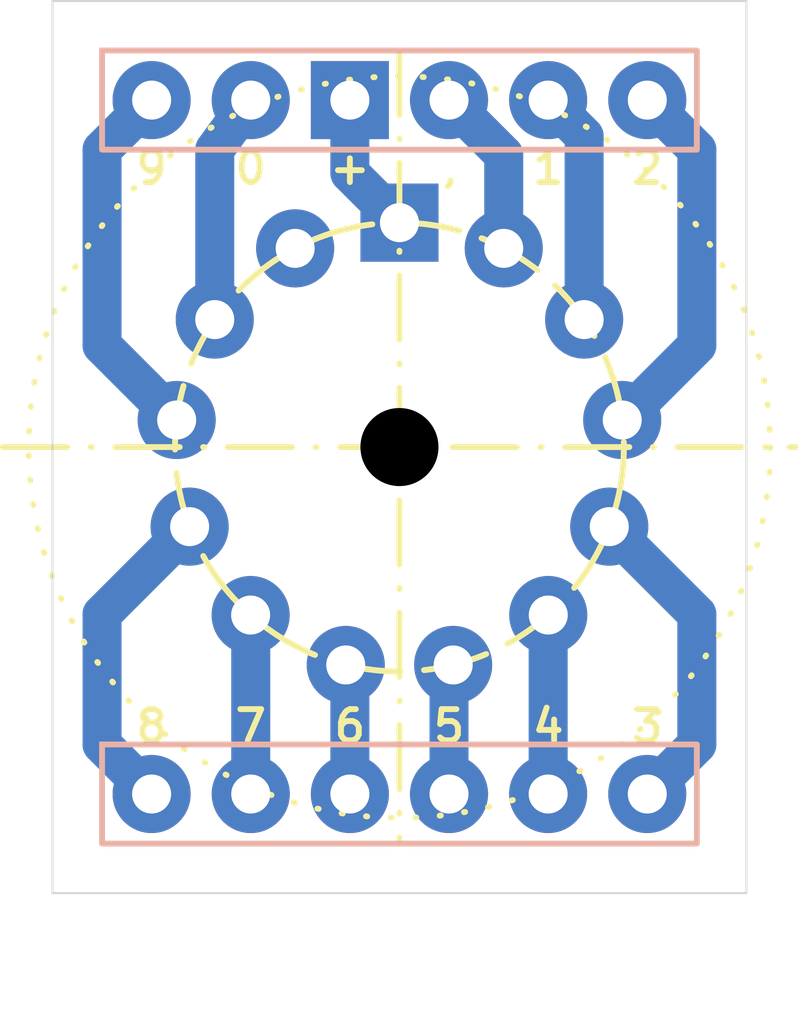
<source format=kicad_pcb>
(kicad_pcb (version 20240108) (generator "pcbnew") (generator_version "8.0")
  (layers (0 "F.Cu" signal) (31 "B.Cu" signal) (34 "B.Paste" user) (35 "F.Paste" user) (36 "B.SilkS" user "B.Silkscreen") (37 "F.SilkS" user "F.Silkscreen") (38 "B.Mask" user) (39 "F.Mask" user) (44 "Edge.Cuts" user))
  (net 0 "")
  (net 1 "Net-(H1-7)")
  (net 2 "Net-(H1-4)")
  (net 3 "Net-(H1-6)")
  (net 4 "Net-(H1-8)")
  (net 5 "Net-(H1-5)")
  (net 6 "Net-(H1-3)")
  (net 7 "Net-(H1-DP_R)")
  (net 8 "Net-(H1-2)")
  (net 9 "Net-(H1-+)")
  (net 10 "Net-(H1-0)")
  (net 11 "Net-(H1-9)")
  (net 12 "Net-(H1-1)")
  (footprint "Nixie:Pinbar_1-6-m-b" (layer "F.Cu") (at 120.65 110.49)
    (property "Reference" "X2")
    (property "Value" "Conn_01x06_Pin")
    (fp_rect (start -1.27 -1.27) (end 13.97 1.27) (stroke (width 0.15)) (fill none) (layer "B.SilkS"))
    (fp_text user "8" (at 0 -1.27 0) (layer "F.SilkS") (effects (font (size 0.8 0.8)) (justify bottom)))
    (fp_text user "4" (at 10.16 -1.27 0) (layer "F.SilkS") (effects (font (size 0.8 0.8)) (justify bottom)))
    (fp_text user "6" (at 5.08 -1.27 0) (layer "F.SilkS") (effects (font (size 0.8 0.8)) (justify bottom)))
    (fp_text user "3" (at 12.7 -1.27 0) (layer "F.SilkS") (effects (font (size 0.8 0.8)) (justify bottom)))
    (fp_text user "5" (at 7.62 -1.27 0) (layer "F.SilkS") (effects (font (size 0.8 0.8)) (justify bottom)))
    (fp_text user "7" (at 2.54 -1.27 0) (layer "F.SilkS") (effects (font (size 0.8 0.8)) (justify bottom)))
    (pad "1" thru_hole circle (at 0 0) (size 2 2) (drill 1) (layers "*.Cu" "F.Mask") (net 4 "Net-(H1-8)"))
    (pad "2" thru_hole circle (at 2.54 0) (size 2 2) (drill 1) (layers "*.Cu" "F.Mask") (net 1 "Net-(H1-7)"))
    (pad "3" thru_hole circle (at 5.08 0) (size 2 2) (drill 1) (layers "*.Cu" "F.Mask") (net 3 "Net-(H1-6)"))
    (pad "4" thru_hole circle (at 7.62 0) (size 2 2) (drill 1) (layers "*.Cu" "F.Mask") (net 5 "Net-(H1-5)"))
    (pad "5" thru_hole circle (at 10.16 0) (size 2 2) (drill 1) (layers "*.Cu" "F.Mask") (net 2 "Net-(H1-4)"))
    (pad "6" thru_hole circle (at 12.7 0) (size 2 2) (drill 1) (layers "*.Cu" "F.Mask") (net 6 "Net-(H1-3)"))
  )
  (footprint "Nixie:Pinbar_1-6-m-a" (layer "F.Cu") (at 120.65 92.71)
    (property "Reference" "X1")
    (property "Value" "Conn_01x06_Pin")
    (fp_rect (start -1.27 -1.27) (end 13.97 1.27) (stroke (width 0.15)) (fill none) (layer "B.SilkS"))
    (fp_text user "9" (at 0 1.27 0) (layer "F.SilkS") (effects (font (size 0.8 0.8)) (justify top)))
    (fp_text user "0" (at 2.54 1.27 0) (layer "F.SilkS") (effects (font (size 0.8 0.8)) (justify top)))
    (fp_text user "," (at 7.62 1.27 0) (layer "F.SilkS") (effects (font (size 0.8 0.8)) (justify top)))
    (fp_text user "2" (at 12.7 1.27 0) (layer "F.SilkS") (effects (font (size 0.8 0.8)) (justify top)))
    (fp_text user "+" (at 5.08 1.27 0) (layer "F.SilkS") (effects (font (size 0.8 0.8)) (justify top)))
    (fp_text user "1" (at 10.16 1.27 0) (layer "F.SilkS") (effects (font (size 0.8 0.8)) (justify top)))
    (pad "1" thru_hole circle (at 0 0) (size 2 2) (drill 1) (layers "*.Cu" "F.Mask") (net 11 "Net-(H1-9)"))
    (pad "2" thru_hole circle (at 2.54 0) (size 2 2) (drill 1) (layers "*.Cu" "F.Mask") (net 10 "Net-(H1-0)"))
    (pad "3" thru_hole rect (at 5.08 0) (size 2 2) (drill 1) (layers "*.Cu" "F.Mask") (net 9 "Net-(H1-+)"))
    (pad "4" thru_hole circle (at 7.62 0) (size 2 2) (drill 1) (layers "*.Cu" "F.Mask") (net 7 "Net-(H1-DP_R)"))
    (pad "5" thru_hole circle (at 10.16 0) (size 2 2) (drill 1) (layers "*.Cu" "F.Mask") (net 12 "Net-(H1-1)"))
    (pad "6" thru_hole circle (at 12.7 0) (size 2 2) (drill 1) (layers "*.Cu" "F.Mask") (net 8 "Net-(H1-2)"))
  )
  (footprint "Nixie:Gazotron IN-14" (layer "F.Cu") (at 127 101.6)
    (property "Reference" "H1")
    (property "Value" "~")
    (fp_line (start -10.16 0) (end 10.16 0) (stroke (width 0.15) (type dash_dot)) (layer "F.SilkS"))
    (fp_line (start 0 -10.16) (end 0 10.16) (stroke (width 0.15) (type dash_dot)) (layer "F.SilkS"))
    (fp_circle (center 0 0) (end 5.75 0) (stroke (width 0.15) (type dash)) (fill none) (layer "F.SilkS"))
    (fp_circle (center 0 0) (end 9.5 0) (stroke (width 0.15) (type dot)) (fill none) (layer "F.SilkS"))
    (pad "" np_thru_hole circle (at 0 0) (size 2 2) (drill 7) (layers "*.Mask"))
    (pad "1" thru_hole rect (at 0 -5.75) (size 2 2) (drill 1) (layers "*.Cu" "B.Mask") (net 9 "Net-(H1-+)"))
    (pad "2" thru_hole circle (at 2.672158 -5.091372) (size 2 2) (drill 1) (layers "*.Cu" "B.Mask") (net 7 "Net-(H1-DP_R)"))
    (pad "3" thru_hole circle (at 4.732157 -3.266372) (size 2 2) (drill 1) (layers "*.Cu" "B.Mask") (net 12 "Net-(H1-1)"))
    (pad "4" thru_hole circle (at 5.708076 -0.693086) (size 2 2) (drill 1) (layers "*.Cu" "B.Mask") (net 8 "Net-(H1-2)"))
    (pad "5" thru_hole circle (at 5.376343 2.038978) (size 2 2) (drill 1) (layers "*.Cu" "B.Mask") (net 6 "Net-(H1-3)"))
    (pad "6" thru_hole circle (at 3.812955 4.303937) (size 2 2) (drill 1) (layers "*.Cu" "B.Mask") (net 2 "Net-(H1-4)"))
    (pad "7" thru_hole circle (at 1.376065 5.582915) (size 2 2) (drill 1) (layers "*.Cu" "B.Mask") (net 5 "Net-(H1-5)"))
    (pad "8" thru_hole circle (at -1.376065 5.582915) (size 2 2) (drill 1) (layers "*.Cu" "B.Mask") (net 3 "Net-(H1-6)"))
    (pad "9" thru_hole circle (at -3.812955 4.303937) (size 2 2) (drill 1) (layers "*.Cu" "B.Mask") (net 1 "Net-(H1-7)"))
    (pad "10" thru_hole circle (at -5.376343 2.038978) (size 2 2) (drill 1) (layers "*.Cu" "B.Mask") (net 4 "Net-(H1-8)"))
    (pad "11" thru_hole circle (at -5.708076 -0.693086) (size 2 2) (drill 1) (layers "*.Cu" "B.Mask") (net 11 "Net-(H1-9)"))
    (pad "12" thru_hole circle (at -4.732157 -3.266372) (size 2 2) (drill 1) (layers "*.Cu" "B.Mask") (net 10 "Net-(H1-0)"))
    (pad "13" thru_hole circle (at -2.672158 -5.091372) (size 2 2) (drill 1) (layers "*.Cu" "B.Mask"))
  )
  (gr_rect (start 118.11 90.17) (end 135.89 113.03) (stroke (width 0.05)) (fill none) (layer "Edge.Cuts"))
  (segment (start 123.19 105.906892) (end 123.187045 105.903937) (width 1) (layer "B.Cu") (net 1))
  (segment (start 123.19 110.49) (end 123.19 105.906892) (width 1) (layer "B.Cu") (net 1))
  (segment (start 130.81 105.906892) (end 130.812955 105.903937) (width 1) (layer "B.Cu") (net 2))
  (segment (start 130.81 110.49) (end 130.81 105.906892) (width 1) (layer "B.Cu") (net 2))
  (segment (start 125.73 110.49) (end 125.73 107.28898) (width 1) (layer "B.Cu") (net 3))
  (segment (start 125.73 107.28898) (end 125.623935 107.182915) (width 1) (layer "B.Cu") (net 3))
  (segment (start 119.38 109.22) (end 119.38 105.882635) (width 1) (layer "B.Cu") (net 4))
  (segment (start 120.65 110.49) (end 119.38 109.22) (width 1) (layer "B.Cu") (net 4))
  (segment (start 119.38 105.882635) (end 121.623657 103.638978) (width 1) (layer "B.Cu") (net 4))
  (segment (start 128.27 110.49) (end 128.27 107.28898) (width 1) (layer "B.Cu") (net 5))
  (segment (start 128.27 107.28898) (end 128.376065 107.182915) (width 1) (layer "B.Cu") (net 5))
  (segment (start 134.62 105.882635) (end 132.376343 103.638978) (width 1) (layer "B.Cu") (net 6))
  (segment (start 133.35 110.49) (end 134.62 109.22) (width 1) (layer "B.Cu") (net 6))
  (segment (start 134.62 109.22) (end 134.62 105.882635) (width 1) (layer "B.Cu") (net 6))
  (segment (start 129.672158 94.112158) (end 128.27 92.71) (width 1) (layer "B.Cu") (net 7))
  (segment (start 129.672158 96.508628) (end 129.672158 94.112158) (width 1) (layer "B.Cu") (net 7))
  (segment (start 134.62 93.98) (end 134.62 98.99499) (width 1) (layer "B.Cu") (net 8))
  (segment (start 133.35 92.71) (end 134.62 93.98) (width 1) (layer "B.Cu") (net 8))
  (segment (start 134.62 98.99499) (end 132.708076 100.906914) (width 1) (layer "B.Cu") (net 8))
  (segment (start 125.73 92.71) (end 125.73 94.58) (width 1) (layer "B.Cu") (net 9))
  (segment (start 125.73 94.58) (end 127 95.85) (width 1) (layer "B.Cu") (net 9))
  (segment (start 122.267843 98.333628) (end 122.267843 93.98) (width 1) (layer "B.Cu") (net 10))
  (segment (start 122.267843 93.98) (end 123.19 92.71) (width 1) (layer "B.Cu") (net 10))
  (segment (start 119.38 93.98) (end 119.38 98.99499) (width 1) (layer "B.Cu") (net 11))
  (segment (start 120.65 92.71) (end 119.38 93.98) (width 1) (layer "B.Cu") (net 11))
  (segment (start 119.38 98.99499) (end 121.291924 100.906914) (width 1) (layer "B.Cu") (net 11))
  (segment (start 131.732157 98.333628) (end 131.732157 93.632157) (width 1) (layer "B.Cu") (net 12))
  (segment (start 131.732157 93.632157) (end 130.81 92.71) (width 1) (layer "B.Cu") (net 12))
)
</source>
